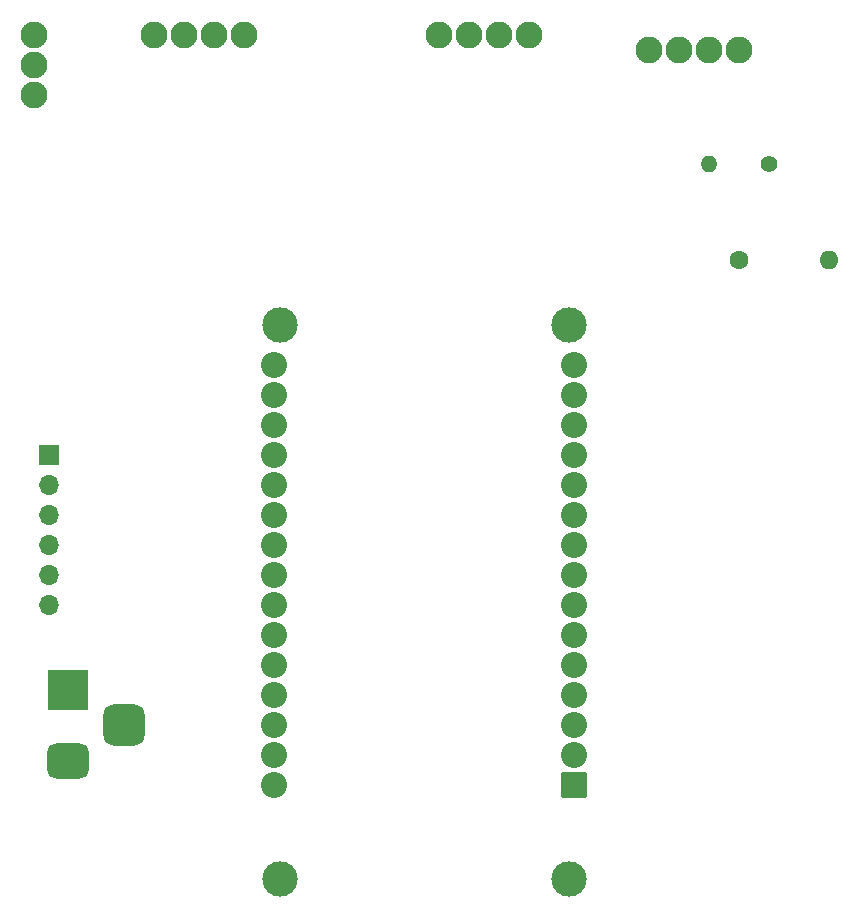
<source format=gbr>
%TF.GenerationSoftware,KiCad,Pcbnew,7.0.8*%
%TF.CreationDate,2023-11-16T13:38:25-05:00*%
%TF.ProjectId,tarbiukuan,74617262-6975-46b7-9561-6e2e6b696361,rev?*%
%TF.SameCoordinates,Original*%
%TF.FileFunction,Soldermask,Bot*%
%TF.FilePolarity,Negative*%
%FSLAX46Y46*%
G04 Gerber Fmt 4.6, Leading zero omitted, Abs format (unit mm)*
G04 Created by KiCad (PCBNEW 7.0.8) date 2023-11-16 13:38:25*
%MOMM*%
%LPD*%
G01*
G04 APERTURE LIST*
G04 Aperture macros list*
%AMRoundRect*
0 Rectangle with rounded corners*
0 $1 Rounding radius*
0 $2 $3 $4 $5 $6 $7 $8 $9 X,Y pos of 4 corners*
0 Add a 4 corners polygon primitive as box body*
4,1,4,$2,$3,$4,$5,$6,$7,$8,$9,$2,$3,0*
0 Add four circle primitives for the rounded corners*
1,1,$1+$1,$2,$3*
1,1,$1+$1,$4,$5*
1,1,$1+$1,$6,$7*
1,1,$1+$1,$8,$9*
0 Add four rect primitives between the rounded corners*
20,1,$1+$1,$2,$3,$4,$5,0*
20,1,$1+$1,$4,$5,$6,$7,0*
20,1,$1+$1,$6,$7,$8,$9,0*
20,1,$1+$1,$8,$9,$2,$3,0*%
%AMFreePoly0*
4,1,35,0.312797,1.099367,0.509479,1.023172,0.688811,0.912134,0.844687,0.770034,0.971798,0.601712,1.065816,0.412899,1.123538,0.210026,1.143000,0.000000,1.123538,-0.210026,1.065816,-0.412899,0.971798,-0.601712,0.844687,-0.770034,0.688811,-0.912134,0.509479,-1.023172,0.312797,-1.099367,0.105463,-1.138124,-0.105463,-1.138124,-0.312797,-1.099367,-0.509479,-1.023172,-0.688811,-0.912134,
-0.844687,-0.770034,-0.971798,-0.601712,-1.065816,-0.412899,-1.123538,-0.210026,-1.143000,0.000000,-1.123538,0.210026,-1.065816,0.412899,-0.971798,0.601712,-0.844687,0.770034,-0.688811,0.912134,-0.509479,1.023172,-0.312797,1.099367,-0.105463,1.138124,0.105463,1.138124,0.312797,1.099367,0.312797,1.099367,$1*%
G04 Aperture macros list end*
%ADD10C,3.000000*%
%ADD11RoundRect,0.102000X1.000000X1.000000X-1.000000X1.000000X-1.000000X-1.000000X1.000000X-1.000000X0*%
%ADD12C,2.204000*%
%ADD13FreePoly0,180.000000*%
%ADD14C,1.600000*%
%ADD15O,1.600000X1.600000*%
%ADD16R,1.700000X1.700000*%
%ADD17O,1.700000X1.700000*%
%ADD18R,3.500000X3.500000*%
%ADD19RoundRect,0.750000X1.000000X-0.750000X1.000000X0.750000X-1.000000X0.750000X-1.000000X-0.750000X0*%
%ADD20RoundRect,0.875000X0.875000X-0.875000X0.875000X0.875000X-0.875000X0.875000X-0.875000X-0.875000X0*%
%ADD21C,1.400000*%
%ADD22O,1.400000X1.400000*%
%ADD23FreePoly0,90.000000*%
%ADD24FreePoly0,0.000000*%
G04 APERTURE END LIST*
D10*
%TO.C,U1*%
X151980000Y-145120000D03*
X151980000Y-98170000D03*
X127470000Y-145120000D03*
X127470000Y-98170000D03*
D11*
X152400000Y-137160000D03*
D12*
X152400000Y-134620000D03*
X152400000Y-132080000D03*
X152400000Y-129540000D03*
X152400000Y-127000000D03*
X152400000Y-124460000D03*
X152400000Y-121920000D03*
X152400000Y-119380000D03*
X152400000Y-116840000D03*
X152400000Y-114300000D03*
X152400000Y-111760000D03*
X152400000Y-109220000D03*
X152400000Y-106680000D03*
X152400000Y-104140000D03*
X152400000Y-101600000D03*
X127000000Y-101600000D03*
X127000000Y-104140000D03*
X127000000Y-106680000D03*
X127000000Y-109220000D03*
X127000000Y-111760000D03*
X127000000Y-114300000D03*
X127000000Y-116840000D03*
X127000000Y-119380000D03*
X127000000Y-121920000D03*
X127000000Y-124460000D03*
X127000000Y-127000000D03*
X127000000Y-129540000D03*
X127000000Y-132080000D03*
X127000000Y-134620000D03*
X127000000Y-137160000D03*
%TD*%
D13*
%TO.C,MLX1*%
X166370000Y-74930000D03*
X163830000Y-74930000D03*
X161290000Y-74930000D03*
X158750000Y-74930000D03*
%TD*%
D14*
%TO.C,R1*%
X166370000Y-92710000D03*
D15*
X173990000Y-92710000D03*
%TD*%
D16*
%TO.C,J1*%
X107950000Y-109220000D03*
D17*
X107950000Y-111760000D03*
X107950000Y-114300000D03*
X107950000Y-116840000D03*
X107950000Y-119380000D03*
X107950000Y-121920000D03*
%TD*%
D18*
%TO.C,J3*%
X109600000Y-129080000D03*
D19*
X109600000Y-135080000D03*
D20*
X114300000Y-132080000D03*
%TD*%
D21*
%TO.C,R2*%
X168910000Y-84533750D03*
D22*
X163830000Y-84533750D03*
%TD*%
D23*
%TO.C,Son1*%
X106680000Y-78740000D03*
X106680000Y-76200000D03*
X106680000Y-73660000D03*
%TD*%
D13*
%TO.C,Oled1*%
X148590000Y-73660000D03*
X146050000Y-73660000D03*
X143510000Y-73660000D03*
X140970000Y-73660000D03*
%TD*%
D24*
%TO.C,MAX1*%
X116840000Y-73660000D03*
X119380000Y-73660000D03*
X121920000Y-73660000D03*
X124460000Y-73660000D03*
%TD*%
M02*

</source>
